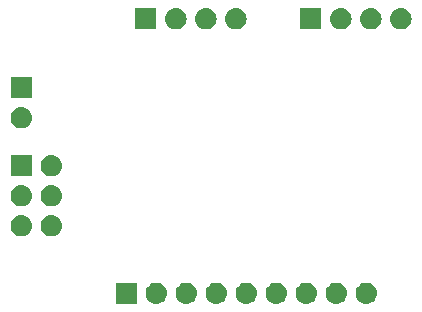
<source format=gbs>
G04 #@! TF.GenerationSoftware,KiCad,Pcbnew,(5.1.2)-1*
G04 #@! TF.CreationDate,2019-05-20T21:13:43-04:00*
G04 #@! TF.ProjectId,DuinoClone,4475696e-6f43-46c6-9f6e-652e6b696361,1*
G04 #@! TF.SameCoordinates,Original*
G04 #@! TF.FileFunction,Soldermask,Bot*
G04 #@! TF.FilePolarity,Negative*
%FSLAX46Y46*%
G04 Gerber Fmt 4.6, Leading zero omitted, Abs format (unit mm)*
G04 Created by KiCad (PCBNEW (5.1.2)-1) date 2019-05-20 21:13:43*
%MOMM*%
%LPD*%
G04 APERTURE LIST*
%ADD10C,0.100000*%
G04 APERTURE END LIST*
D10*
G36*
X104504443Y-107944519D02*
G01*
X104570627Y-107951037D01*
X104740466Y-108002557D01*
X104896991Y-108086222D01*
X104932729Y-108115552D01*
X105034186Y-108198814D01*
X105117448Y-108300271D01*
X105146778Y-108336009D01*
X105230443Y-108492534D01*
X105281963Y-108662373D01*
X105299359Y-108839000D01*
X105281963Y-109015627D01*
X105230443Y-109185466D01*
X105146778Y-109341991D01*
X105117448Y-109377729D01*
X105034186Y-109479186D01*
X104932729Y-109562448D01*
X104896991Y-109591778D01*
X104740466Y-109675443D01*
X104570627Y-109726963D01*
X104504442Y-109733482D01*
X104438260Y-109740000D01*
X104349740Y-109740000D01*
X104283558Y-109733482D01*
X104217373Y-109726963D01*
X104047534Y-109675443D01*
X103891009Y-109591778D01*
X103855271Y-109562448D01*
X103753814Y-109479186D01*
X103670552Y-109377729D01*
X103641222Y-109341991D01*
X103557557Y-109185466D01*
X103506037Y-109015627D01*
X103488641Y-108839000D01*
X103506037Y-108662373D01*
X103557557Y-108492534D01*
X103641222Y-108336009D01*
X103670552Y-108300271D01*
X103753814Y-108198814D01*
X103855271Y-108115552D01*
X103891009Y-108086222D01*
X104047534Y-108002557D01*
X104217373Y-107951037D01*
X104283557Y-107944519D01*
X104349740Y-107938000D01*
X104438260Y-107938000D01*
X104504443Y-107944519D01*
X104504443Y-107944519D01*
G37*
G36*
X101964443Y-107944519D02*
G01*
X102030627Y-107951037D01*
X102200466Y-108002557D01*
X102356991Y-108086222D01*
X102392729Y-108115552D01*
X102494186Y-108198814D01*
X102577448Y-108300271D01*
X102606778Y-108336009D01*
X102690443Y-108492534D01*
X102741963Y-108662373D01*
X102759359Y-108839000D01*
X102741963Y-109015627D01*
X102690443Y-109185466D01*
X102606778Y-109341991D01*
X102577448Y-109377729D01*
X102494186Y-109479186D01*
X102392729Y-109562448D01*
X102356991Y-109591778D01*
X102200466Y-109675443D01*
X102030627Y-109726963D01*
X101964442Y-109733482D01*
X101898260Y-109740000D01*
X101809740Y-109740000D01*
X101743558Y-109733482D01*
X101677373Y-109726963D01*
X101507534Y-109675443D01*
X101351009Y-109591778D01*
X101315271Y-109562448D01*
X101213814Y-109479186D01*
X101130552Y-109377729D01*
X101101222Y-109341991D01*
X101017557Y-109185466D01*
X100966037Y-109015627D01*
X100948641Y-108839000D01*
X100966037Y-108662373D01*
X101017557Y-108492534D01*
X101101222Y-108336009D01*
X101130552Y-108300271D01*
X101213814Y-108198814D01*
X101315271Y-108115552D01*
X101351009Y-108086222D01*
X101507534Y-108002557D01*
X101677373Y-107951037D01*
X101743557Y-107944519D01*
X101809740Y-107938000D01*
X101898260Y-107938000D01*
X101964443Y-107944519D01*
X101964443Y-107944519D01*
G37*
G36*
X99424443Y-107944519D02*
G01*
X99490627Y-107951037D01*
X99660466Y-108002557D01*
X99816991Y-108086222D01*
X99852729Y-108115552D01*
X99954186Y-108198814D01*
X100037448Y-108300271D01*
X100066778Y-108336009D01*
X100150443Y-108492534D01*
X100201963Y-108662373D01*
X100219359Y-108839000D01*
X100201963Y-109015627D01*
X100150443Y-109185466D01*
X100066778Y-109341991D01*
X100037448Y-109377729D01*
X99954186Y-109479186D01*
X99852729Y-109562448D01*
X99816991Y-109591778D01*
X99660466Y-109675443D01*
X99490627Y-109726963D01*
X99424442Y-109733482D01*
X99358260Y-109740000D01*
X99269740Y-109740000D01*
X99203558Y-109733482D01*
X99137373Y-109726963D01*
X98967534Y-109675443D01*
X98811009Y-109591778D01*
X98775271Y-109562448D01*
X98673814Y-109479186D01*
X98590552Y-109377729D01*
X98561222Y-109341991D01*
X98477557Y-109185466D01*
X98426037Y-109015627D01*
X98408641Y-108839000D01*
X98426037Y-108662373D01*
X98477557Y-108492534D01*
X98561222Y-108336009D01*
X98590552Y-108300271D01*
X98673814Y-108198814D01*
X98775271Y-108115552D01*
X98811009Y-108086222D01*
X98967534Y-108002557D01*
X99137373Y-107951037D01*
X99203557Y-107944519D01*
X99269740Y-107938000D01*
X99358260Y-107938000D01*
X99424443Y-107944519D01*
X99424443Y-107944519D01*
G37*
G36*
X96884443Y-107944519D02*
G01*
X96950627Y-107951037D01*
X97120466Y-108002557D01*
X97276991Y-108086222D01*
X97312729Y-108115552D01*
X97414186Y-108198814D01*
X97497448Y-108300271D01*
X97526778Y-108336009D01*
X97610443Y-108492534D01*
X97661963Y-108662373D01*
X97679359Y-108839000D01*
X97661963Y-109015627D01*
X97610443Y-109185466D01*
X97526778Y-109341991D01*
X97497448Y-109377729D01*
X97414186Y-109479186D01*
X97312729Y-109562448D01*
X97276991Y-109591778D01*
X97120466Y-109675443D01*
X96950627Y-109726963D01*
X96884442Y-109733482D01*
X96818260Y-109740000D01*
X96729740Y-109740000D01*
X96663558Y-109733482D01*
X96597373Y-109726963D01*
X96427534Y-109675443D01*
X96271009Y-109591778D01*
X96235271Y-109562448D01*
X96133814Y-109479186D01*
X96050552Y-109377729D01*
X96021222Y-109341991D01*
X95937557Y-109185466D01*
X95886037Y-109015627D01*
X95868641Y-108839000D01*
X95886037Y-108662373D01*
X95937557Y-108492534D01*
X96021222Y-108336009D01*
X96050552Y-108300271D01*
X96133814Y-108198814D01*
X96235271Y-108115552D01*
X96271009Y-108086222D01*
X96427534Y-108002557D01*
X96597373Y-107951037D01*
X96663557Y-107944519D01*
X96729740Y-107938000D01*
X96818260Y-107938000D01*
X96884443Y-107944519D01*
X96884443Y-107944519D01*
G37*
G36*
X94344443Y-107944519D02*
G01*
X94410627Y-107951037D01*
X94580466Y-108002557D01*
X94736991Y-108086222D01*
X94772729Y-108115552D01*
X94874186Y-108198814D01*
X94957448Y-108300271D01*
X94986778Y-108336009D01*
X95070443Y-108492534D01*
X95121963Y-108662373D01*
X95139359Y-108839000D01*
X95121963Y-109015627D01*
X95070443Y-109185466D01*
X94986778Y-109341991D01*
X94957448Y-109377729D01*
X94874186Y-109479186D01*
X94772729Y-109562448D01*
X94736991Y-109591778D01*
X94580466Y-109675443D01*
X94410627Y-109726963D01*
X94344442Y-109733482D01*
X94278260Y-109740000D01*
X94189740Y-109740000D01*
X94123558Y-109733482D01*
X94057373Y-109726963D01*
X93887534Y-109675443D01*
X93731009Y-109591778D01*
X93695271Y-109562448D01*
X93593814Y-109479186D01*
X93510552Y-109377729D01*
X93481222Y-109341991D01*
X93397557Y-109185466D01*
X93346037Y-109015627D01*
X93328641Y-108839000D01*
X93346037Y-108662373D01*
X93397557Y-108492534D01*
X93481222Y-108336009D01*
X93510552Y-108300271D01*
X93593814Y-108198814D01*
X93695271Y-108115552D01*
X93731009Y-108086222D01*
X93887534Y-108002557D01*
X94057373Y-107951037D01*
X94123557Y-107944519D01*
X94189740Y-107938000D01*
X94278260Y-107938000D01*
X94344443Y-107944519D01*
X94344443Y-107944519D01*
G37*
G36*
X92595000Y-109740000D02*
G01*
X90793000Y-109740000D01*
X90793000Y-107938000D01*
X92595000Y-107938000D01*
X92595000Y-109740000D01*
X92595000Y-109740000D01*
G37*
G36*
X112124443Y-107944519D02*
G01*
X112190627Y-107951037D01*
X112360466Y-108002557D01*
X112516991Y-108086222D01*
X112552729Y-108115552D01*
X112654186Y-108198814D01*
X112737448Y-108300271D01*
X112766778Y-108336009D01*
X112850443Y-108492534D01*
X112901963Y-108662373D01*
X112919359Y-108839000D01*
X112901963Y-109015627D01*
X112850443Y-109185466D01*
X112766778Y-109341991D01*
X112737448Y-109377729D01*
X112654186Y-109479186D01*
X112552729Y-109562448D01*
X112516991Y-109591778D01*
X112360466Y-109675443D01*
X112190627Y-109726963D01*
X112124442Y-109733482D01*
X112058260Y-109740000D01*
X111969740Y-109740000D01*
X111903558Y-109733482D01*
X111837373Y-109726963D01*
X111667534Y-109675443D01*
X111511009Y-109591778D01*
X111475271Y-109562448D01*
X111373814Y-109479186D01*
X111290552Y-109377729D01*
X111261222Y-109341991D01*
X111177557Y-109185466D01*
X111126037Y-109015627D01*
X111108641Y-108839000D01*
X111126037Y-108662373D01*
X111177557Y-108492534D01*
X111261222Y-108336009D01*
X111290552Y-108300271D01*
X111373814Y-108198814D01*
X111475271Y-108115552D01*
X111511009Y-108086222D01*
X111667534Y-108002557D01*
X111837373Y-107951037D01*
X111903557Y-107944519D01*
X111969740Y-107938000D01*
X112058260Y-107938000D01*
X112124443Y-107944519D01*
X112124443Y-107944519D01*
G37*
G36*
X107044443Y-107944519D02*
G01*
X107110627Y-107951037D01*
X107280466Y-108002557D01*
X107436991Y-108086222D01*
X107472729Y-108115552D01*
X107574186Y-108198814D01*
X107657448Y-108300271D01*
X107686778Y-108336009D01*
X107770443Y-108492534D01*
X107821963Y-108662373D01*
X107839359Y-108839000D01*
X107821963Y-109015627D01*
X107770443Y-109185466D01*
X107686778Y-109341991D01*
X107657448Y-109377729D01*
X107574186Y-109479186D01*
X107472729Y-109562448D01*
X107436991Y-109591778D01*
X107280466Y-109675443D01*
X107110627Y-109726963D01*
X107044442Y-109733482D01*
X106978260Y-109740000D01*
X106889740Y-109740000D01*
X106823558Y-109733482D01*
X106757373Y-109726963D01*
X106587534Y-109675443D01*
X106431009Y-109591778D01*
X106395271Y-109562448D01*
X106293814Y-109479186D01*
X106210552Y-109377729D01*
X106181222Y-109341991D01*
X106097557Y-109185466D01*
X106046037Y-109015627D01*
X106028641Y-108839000D01*
X106046037Y-108662373D01*
X106097557Y-108492534D01*
X106181222Y-108336009D01*
X106210552Y-108300271D01*
X106293814Y-108198814D01*
X106395271Y-108115552D01*
X106431009Y-108086222D01*
X106587534Y-108002557D01*
X106757373Y-107951037D01*
X106823557Y-107944519D01*
X106889740Y-107938000D01*
X106978260Y-107938000D01*
X107044443Y-107944519D01*
X107044443Y-107944519D01*
G37*
G36*
X109584443Y-107944519D02*
G01*
X109650627Y-107951037D01*
X109820466Y-108002557D01*
X109976991Y-108086222D01*
X110012729Y-108115552D01*
X110114186Y-108198814D01*
X110197448Y-108300271D01*
X110226778Y-108336009D01*
X110310443Y-108492534D01*
X110361963Y-108662373D01*
X110379359Y-108839000D01*
X110361963Y-109015627D01*
X110310443Y-109185466D01*
X110226778Y-109341991D01*
X110197448Y-109377729D01*
X110114186Y-109479186D01*
X110012729Y-109562448D01*
X109976991Y-109591778D01*
X109820466Y-109675443D01*
X109650627Y-109726963D01*
X109584442Y-109733482D01*
X109518260Y-109740000D01*
X109429740Y-109740000D01*
X109363558Y-109733482D01*
X109297373Y-109726963D01*
X109127534Y-109675443D01*
X108971009Y-109591778D01*
X108935271Y-109562448D01*
X108833814Y-109479186D01*
X108750552Y-109377729D01*
X108721222Y-109341991D01*
X108637557Y-109185466D01*
X108586037Y-109015627D01*
X108568641Y-108839000D01*
X108586037Y-108662373D01*
X108637557Y-108492534D01*
X108721222Y-108336009D01*
X108750552Y-108300271D01*
X108833814Y-108198814D01*
X108935271Y-108115552D01*
X108971009Y-108086222D01*
X109127534Y-108002557D01*
X109297373Y-107951037D01*
X109363557Y-107944519D01*
X109429740Y-107938000D01*
X109518260Y-107938000D01*
X109584443Y-107944519D01*
X109584443Y-107944519D01*
G37*
G36*
X85454443Y-102229519D02*
G01*
X85520627Y-102236037D01*
X85690466Y-102287557D01*
X85846991Y-102371222D01*
X85882729Y-102400552D01*
X85984186Y-102483814D01*
X86067448Y-102585271D01*
X86096778Y-102621009D01*
X86180443Y-102777534D01*
X86231963Y-102947373D01*
X86249359Y-103124000D01*
X86231963Y-103300627D01*
X86180443Y-103470466D01*
X86096778Y-103626991D01*
X86067448Y-103662729D01*
X85984186Y-103764186D01*
X85882729Y-103847448D01*
X85846991Y-103876778D01*
X85690466Y-103960443D01*
X85520627Y-104011963D01*
X85454443Y-104018481D01*
X85388260Y-104025000D01*
X85299740Y-104025000D01*
X85233557Y-104018481D01*
X85167373Y-104011963D01*
X84997534Y-103960443D01*
X84841009Y-103876778D01*
X84805271Y-103847448D01*
X84703814Y-103764186D01*
X84620552Y-103662729D01*
X84591222Y-103626991D01*
X84507557Y-103470466D01*
X84456037Y-103300627D01*
X84438641Y-103124000D01*
X84456037Y-102947373D01*
X84507557Y-102777534D01*
X84591222Y-102621009D01*
X84620552Y-102585271D01*
X84703814Y-102483814D01*
X84805271Y-102400552D01*
X84841009Y-102371222D01*
X84997534Y-102287557D01*
X85167373Y-102236037D01*
X85233557Y-102229519D01*
X85299740Y-102223000D01*
X85388260Y-102223000D01*
X85454443Y-102229519D01*
X85454443Y-102229519D01*
G37*
G36*
X82914443Y-102229519D02*
G01*
X82980627Y-102236037D01*
X83150466Y-102287557D01*
X83306991Y-102371222D01*
X83342729Y-102400552D01*
X83444186Y-102483814D01*
X83527448Y-102585271D01*
X83556778Y-102621009D01*
X83640443Y-102777534D01*
X83691963Y-102947373D01*
X83709359Y-103124000D01*
X83691963Y-103300627D01*
X83640443Y-103470466D01*
X83556778Y-103626991D01*
X83527448Y-103662729D01*
X83444186Y-103764186D01*
X83342729Y-103847448D01*
X83306991Y-103876778D01*
X83150466Y-103960443D01*
X82980627Y-104011963D01*
X82914443Y-104018481D01*
X82848260Y-104025000D01*
X82759740Y-104025000D01*
X82693557Y-104018481D01*
X82627373Y-104011963D01*
X82457534Y-103960443D01*
X82301009Y-103876778D01*
X82265271Y-103847448D01*
X82163814Y-103764186D01*
X82080552Y-103662729D01*
X82051222Y-103626991D01*
X81967557Y-103470466D01*
X81916037Y-103300627D01*
X81898641Y-103124000D01*
X81916037Y-102947373D01*
X81967557Y-102777534D01*
X82051222Y-102621009D01*
X82080552Y-102585271D01*
X82163814Y-102483814D01*
X82265271Y-102400552D01*
X82301009Y-102371222D01*
X82457534Y-102287557D01*
X82627373Y-102236037D01*
X82693557Y-102229519D01*
X82759740Y-102223000D01*
X82848260Y-102223000D01*
X82914443Y-102229519D01*
X82914443Y-102229519D01*
G37*
G36*
X85454442Y-99689518D02*
G01*
X85520627Y-99696037D01*
X85690466Y-99747557D01*
X85846991Y-99831222D01*
X85882729Y-99860552D01*
X85984186Y-99943814D01*
X86067448Y-100045271D01*
X86096778Y-100081009D01*
X86180443Y-100237534D01*
X86231963Y-100407373D01*
X86249359Y-100584000D01*
X86231963Y-100760627D01*
X86180443Y-100930466D01*
X86096778Y-101086991D01*
X86067448Y-101122729D01*
X85984186Y-101224186D01*
X85882729Y-101307448D01*
X85846991Y-101336778D01*
X85690466Y-101420443D01*
X85520627Y-101471963D01*
X85454443Y-101478481D01*
X85388260Y-101485000D01*
X85299740Y-101485000D01*
X85233557Y-101478481D01*
X85167373Y-101471963D01*
X84997534Y-101420443D01*
X84841009Y-101336778D01*
X84805271Y-101307448D01*
X84703814Y-101224186D01*
X84620552Y-101122729D01*
X84591222Y-101086991D01*
X84507557Y-100930466D01*
X84456037Y-100760627D01*
X84438641Y-100584000D01*
X84456037Y-100407373D01*
X84507557Y-100237534D01*
X84591222Y-100081009D01*
X84620552Y-100045271D01*
X84703814Y-99943814D01*
X84805271Y-99860552D01*
X84841009Y-99831222D01*
X84997534Y-99747557D01*
X85167373Y-99696037D01*
X85233558Y-99689518D01*
X85299740Y-99683000D01*
X85388260Y-99683000D01*
X85454442Y-99689518D01*
X85454442Y-99689518D01*
G37*
G36*
X82914442Y-99689518D02*
G01*
X82980627Y-99696037D01*
X83150466Y-99747557D01*
X83306991Y-99831222D01*
X83342729Y-99860552D01*
X83444186Y-99943814D01*
X83527448Y-100045271D01*
X83556778Y-100081009D01*
X83640443Y-100237534D01*
X83691963Y-100407373D01*
X83709359Y-100584000D01*
X83691963Y-100760627D01*
X83640443Y-100930466D01*
X83556778Y-101086991D01*
X83527448Y-101122729D01*
X83444186Y-101224186D01*
X83342729Y-101307448D01*
X83306991Y-101336778D01*
X83150466Y-101420443D01*
X82980627Y-101471963D01*
X82914443Y-101478481D01*
X82848260Y-101485000D01*
X82759740Y-101485000D01*
X82693557Y-101478481D01*
X82627373Y-101471963D01*
X82457534Y-101420443D01*
X82301009Y-101336778D01*
X82265271Y-101307448D01*
X82163814Y-101224186D01*
X82080552Y-101122729D01*
X82051222Y-101086991D01*
X81967557Y-100930466D01*
X81916037Y-100760627D01*
X81898641Y-100584000D01*
X81916037Y-100407373D01*
X81967557Y-100237534D01*
X82051222Y-100081009D01*
X82080552Y-100045271D01*
X82163814Y-99943814D01*
X82265271Y-99860552D01*
X82301009Y-99831222D01*
X82457534Y-99747557D01*
X82627373Y-99696037D01*
X82693558Y-99689518D01*
X82759740Y-99683000D01*
X82848260Y-99683000D01*
X82914442Y-99689518D01*
X82914442Y-99689518D01*
G37*
G36*
X83705000Y-98945000D02*
G01*
X81903000Y-98945000D01*
X81903000Y-97143000D01*
X83705000Y-97143000D01*
X83705000Y-98945000D01*
X83705000Y-98945000D01*
G37*
G36*
X85454443Y-97149519D02*
G01*
X85520627Y-97156037D01*
X85690466Y-97207557D01*
X85846991Y-97291222D01*
X85882729Y-97320552D01*
X85984186Y-97403814D01*
X86067448Y-97505271D01*
X86096778Y-97541009D01*
X86180443Y-97697534D01*
X86231963Y-97867373D01*
X86249359Y-98044000D01*
X86231963Y-98220627D01*
X86180443Y-98390466D01*
X86096778Y-98546991D01*
X86067448Y-98582729D01*
X85984186Y-98684186D01*
X85882729Y-98767448D01*
X85846991Y-98796778D01*
X85690466Y-98880443D01*
X85520627Y-98931963D01*
X85454443Y-98938481D01*
X85388260Y-98945000D01*
X85299740Y-98945000D01*
X85233558Y-98938482D01*
X85167373Y-98931963D01*
X84997534Y-98880443D01*
X84841009Y-98796778D01*
X84805271Y-98767448D01*
X84703814Y-98684186D01*
X84620552Y-98582729D01*
X84591222Y-98546991D01*
X84507557Y-98390466D01*
X84456037Y-98220627D01*
X84438641Y-98044000D01*
X84456037Y-97867373D01*
X84507557Y-97697534D01*
X84591222Y-97541009D01*
X84620552Y-97505271D01*
X84703814Y-97403814D01*
X84805271Y-97320552D01*
X84841009Y-97291222D01*
X84997534Y-97207557D01*
X85167373Y-97156037D01*
X85233557Y-97149519D01*
X85299740Y-97143000D01*
X85388260Y-97143000D01*
X85454443Y-97149519D01*
X85454443Y-97149519D01*
G37*
G36*
X82914443Y-93085519D02*
G01*
X82980627Y-93092037D01*
X83150466Y-93143557D01*
X83306991Y-93227222D01*
X83342729Y-93256552D01*
X83444186Y-93339814D01*
X83527448Y-93441271D01*
X83556778Y-93477009D01*
X83640443Y-93633534D01*
X83691963Y-93803373D01*
X83709359Y-93980000D01*
X83691963Y-94156627D01*
X83640443Y-94326466D01*
X83556778Y-94482991D01*
X83527448Y-94518729D01*
X83444186Y-94620186D01*
X83342729Y-94703448D01*
X83306991Y-94732778D01*
X83150466Y-94816443D01*
X82980627Y-94867963D01*
X82914443Y-94874481D01*
X82848260Y-94881000D01*
X82759740Y-94881000D01*
X82693557Y-94874481D01*
X82627373Y-94867963D01*
X82457534Y-94816443D01*
X82301009Y-94732778D01*
X82265271Y-94703448D01*
X82163814Y-94620186D01*
X82080552Y-94518729D01*
X82051222Y-94482991D01*
X81967557Y-94326466D01*
X81916037Y-94156627D01*
X81898641Y-93980000D01*
X81916037Y-93803373D01*
X81967557Y-93633534D01*
X82051222Y-93477009D01*
X82080552Y-93441271D01*
X82163814Y-93339814D01*
X82265271Y-93256552D01*
X82301009Y-93227222D01*
X82457534Y-93143557D01*
X82627373Y-93092037D01*
X82693557Y-93085519D01*
X82759740Y-93079000D01*
X82848260Y-93079000D01*
X82914443Y-93085519D01*
X82914443Y-93085519D01*
G37*
G36*
X83705000Y-92341000D02*
G01*
X81903000Y-92341000D01*
X81903000Y-90539000D01*
X83705000Y-90539000D01*
X83705000Y-92341000D01*
X83705000Y-92341000D01*
G37*
G36*
X108216000Y-86499000D02*
G01*
X106414000Y-86499000D01*
X106414000Y-84697000D01*
X108216000Y-84697000D01*
X108216000Y-86499000D01*
X108216000Y-86499000D01*
G37*
G36*
X109965443Y-84703519D02*
G01*
X110031627Y-84710037D01*
X110201466Y-84761557D01*
X110357991Y-84845222D01*
X110393729Y-84874552D01*
X110495186Y-84957814D01*
X110578448Y-85059271D01*
X110607778Y-85095009D01*
X110691443Y-85251534D01*
X110742963Y-85421373D01*
X110760359Y-85598000D01*
X110742963Y-85774627D01*
X110691443Y-85944466D01*
X110607778Y-86100991D01*
X110578448Y-86136729D01*
X110495186Y-86238186D01*
X110393729Y-86321448D01*
X110357991Y-86350778D01*
X110201466Y-86434443D01*
X110031627Y-86485963D01*
X109965442Y-86492482D01*
X109899260Y-86499000D01*
X109810740Y-86499000D01*
X109744558Y-86492482D01*
X109678373Y-86485963D01*
X109508534Y-86434443D01*
X109352009Y-86350778D01*
X109316271Y-86321448D01*
X109214814Y-86238186D01*
X109131552Y-86136729D01*
X109102222Y-86100991D01*
X109018557Y-85944466D01*
X108967037Y-85774627D01*
X108949641Y-85598000D01*
X108967037Y-85421373D01*
X109018557Y-85251534D01*
X109102222Y-85095009D01*
X109131552Y-85059271D01*
X109214814Y-84957814D01*
X109316271Y-84874552D01*
X109352009Y-84845222D01*
X109508534Y-84761557D01*
X109678373Y-84710037D01*
X109744557Y-84703519D01*
X109810740Y-84697000D01*
X109899260Y-84697000D01*
X109965443Y-84703519D01*
X109965443Y-84703519D01*
G37*
G36*
X112505443Y-84703519D02*
G01*
X112571627Y-84710037D01*
X112741466Y-84761557D01*
X112897991Y-84845222D01*
X112933729Y-84874552D01*
X113035186Y-84957814D01*
X113118448Y-85059271D01*
X113147778Y-85095009D01*
X113231443Y-85251534D01*
X113282963Y-85421373D01*
X113300359Y-85598000D01*
X113282963Y-85774627D01*
X113231443Y-85944466D01*
X113147778Y-86100991D01*
X113118448Y-86136729D01*
X113035186Y-86238186D01*
X112933729Y-86321448D01*
X112897991Y-86350778D01*
X112741466Y-86434443D01*
X112571627Y-86485963D01*
X112505442Y-86492482D01*
X112439260Y-86499000D01*
X112350740Y-86499000D01*
X112284558Y-86492482D01*
X112218373Y-86485963D01*
X112048534Y-86434443D01*
X111892009Y-86350778D01*
X111856271Y-86321448D01*
X111754814Y-86238186D01*
X111671552Y-86136729D01*
X111642222Y-86100991D01*
X111558557Y-85944466D01*
X111507037Y-85774627D01*
X111489641Y-85598000D01*
X111507037Y-85421373D01*
X111558557Y-85251534D01*
X111642222Y-85095009D01*
X111671552Y-85059271D01*
X111754814Y-84957814D01*
X111856271Y-84874552D01*
X111892009Y-84845222D01*
X112048534Y-84761557D01*
X112218373Y-84710037D01*
X112284557Y-84703519D01*
X112350740Y-84697000D01*
X112439260Y-84697000D01*
X112505443Y-84703519D01*
X112505443Y-84703519D01*
G37*
G36*
X115045443Y-84703519D02*
G01*
X115111627Y-84710037D01*
X115281466Y-84761557D01*
X115437991Y-84845222D01*
X115473729Y-84874552D01*
X115575186Y-84957814D01*
X115658448Y-85059271D01*
X115687778Y-85095009D01*
X115771443Y-85251534D01*
X115822963Y-85421373D01*
X115840359Y-85598000D01*
X115822963Y-85774627D01*
X115771443Y-85944466D01*
X115687778Y-86100991D01*
X115658448Y-86136729D01*
X115575186Y-86238186D01*
X115473729Y-86321448D01*
X115437991Y-86350778D01*
X115281466Y-86434443D01*
X115111627Y-86485963D01*
X115045442Y-86492482D01*
X114979260Y-86499000D01*
X114890740Y-86499000D01*
X114824558Y-86492482D01*
X114758373Y-86485963D01*
X114588534Y-86434443D01*
X114432009Y-86350778D01*
X114396271Y-86321448D01*
X114294814Y-86238186D01*
X114211552Y-86136729D01*
X114182222Y-86100991D01*
X114098557Y-85944466D01*
X114047037Y-85774627D01*
X114029641Y-85598000D01*
X114047037Y-85421373D01*
X114098557Y-85251534D01*
X114182222Y-85095009D01*
X114211552Y-85059271D01*
X114294814Y-84957814D01*
X114396271Y-84874552D01*
X114432009Y-84845222D01*
X114588534Y-84761557D01*
X114758373Y-84710037D01*
X114824557Y-84703519D01*
X114890740Y-84697000D01*
X114979260Y-84697000D01*
X115045443Y-84703519D01*
X115045443Y-84703519D01*
G37*
G36*
X94246000Y-86499000D02*
G01*
X92444000Y-86499000D01*
X92444000Y-84697000D01*
X94246000Y-84697000D01*
X94246000Y-86499000D01*
X94246000Y-86499000D01*
G37*
G36*
X101075443Y-84703519D02*
G01*
X101141627Y-84710037D01*
X101311466Y-84761557D01*
X101467991Y-84845222D01*
X101503729Y-84874552D01*
X101605186Y-84957814D01*
X101688448Y-85059271D01*
X101717778Y-85095009D01*
X101801443Y-85251534D01*
X101852963Y-85421373D01*
X101870359Y-85598000D01*
X101852963Y-85774627D01*
X101801443Y-85944466D01*
X101717778Y-86100991D01*
X101688448Y-86136729D01*
X101605186Y-86238186D01*
X101503729Y-86321448D01*
X101467991Y-86350778D01*
X101311466Y-86434443D01*
X101141627Y-86485963D01*
X101075442Y-86492482D01*
X101009260Y-86499000D01*
X100920740Y-86499000D01*
X100854558Y-86492482D01*
X100788373Y-86485963D01*
X100618534Y-86434443D01*
X100462009Y-86350778D01*
X100426271Y-86321448D01*
X100324814Y-86238186D01*
X100241552Y-86136729D01*
X100212222Y-86100991D01*
X100128557Y-85944466D01*
X100077037Y-85774627D01*
X100059641Y-85598000D01*
X100077037Y-85421373D01*
X100128557Y-85251534D01*
X100212222Y-85095009D01*
X100241552Y-85059271D01*
X100324814Y-84957814D01*
X100426271Y-84874552D01*
X100462009Y-84845222D01*
X100618534Y-84761557D01*
X100788373Y-84710037D01*
X100854557Y-84703519D01*
X100920740Y-84697000D01*
X101009260Y-84697000D01*
X101075443Y-84703519D01*
X101075443Y-84703519D01*
G37*
G36*
X98535443Y-84703519D02*
G01*
X98601627Y-84710037D01*
X98771466Y-84761557D01*
X98927991Y-84845222D01*
X98963729Y-84874552D01*
X99065186Y-84957814D01*
X99148448Y-85059271D01*
X99177778Y-85095009D01*
X99261443Y-85251534D01*
X99312963Y-85421373D01*
X99330359Y-85598000D01*
X99312963Y-85774627D01*
X99261443Y-85944466D01*
X99177778Y-86100991D01*
X99148448Y-86136729D01*
X99065186Y-86238186D01*
X98963729Y-86321448D01*
X98927991Y-86350778D01*
X98771466Y-86434443D01*
X98601627Y-86485963D01*
X98535442Y-86492482D01*
X98469260Y-86499000D01*
X98380740Y-86499000D01*
X98314558Y-86492482D01*
X98248373Y-86485963D01*
X98078534Y-86434443D01*
X97922009Y-86350778D01*
X97886271Y-86321448D01*
X97784814Y-86238186D01*
X97701552Y-86136729D01*
X97672222Y-86100991D01*
X97588557Y-85944466D01*
X97537037Y-85774627D01*
X97519641Y-85598000D01*
X97537037Y-85421373D01*
X97588557Y-85251534D01*
X97672222Y-85095009D01*
X97701552Y-85059271D01*
X97784814Y-84957814D01*
X97886271Y-84874552D01*
X97922009Y-84845222D01*
X98078534Y-84761557D01*
X98248373Y-84710037D01*
X98314557Y-84703519D01*
X98380740Y-84697000D01*
X98469260Y-84697000D01*
X98535443Y-84703519D01*
X98535443Y-84703519D01*
G37*
G36*
X95995443Y-84703519D02*
G01*
X96061627Y-84710037D01*
X96231466Y-84761557D01*
X96387991Y-84845222D01*
X96423729Y-84874552D01*
X96525186Y-84957814D01*
X96608448Y-85059271D01*
X96637778Y-85095009D01*
X96721443Y-85251534D01*
X96772963Y-85421373D01*
X96790359Y-85598000D01*
X96772963Y-85774627D01*
X96721443Y-85944466D01*
X96637778Y-86100991D01*
X96608448Y-86136729D01*
X96525186Y-86238186D01*
X96423729Y-86321448D01*
X96387991Y-86350778D01*
X96231466Y-86434443D01*
X96061627Y-86485963D01*
X95995442Y-86492482D01*
X95929260Y-86499000D01*
X95840740Y-86499000D01*
X95774558Y-86492482D01*
X95708373Y-86485963D01*
X95538534Y-86434443D01*
X95382009Y-86350778D01*
X95346271Y-86321448D01*
X95244814Y-86238186D01*
X95161552Y-86136729D01*
X95132222Y-86100991D01*
X95048557Y-85944466D01*
X94997037Y-85774627D01*
X94979641Y-85598000D01*
X94997037Y-85421373D01*
X95048557Y-85251534D01*
X95132222Y-85095009D01*
X95161552Y-85059271D01*
X95244814Y-84957814D01*
X95346271Y-84874552D01*
X95382009Y-84845222D01*
X95538534Y-84761557D01*
X95708373Y-84710037D01*
X95774557Y-84703519D01*
X95840740Y-84697000D01*
X95929260Y-84697000D01*
X95995443Y-84703519D01*
X95995443Y-84703519D01*
G37*
M02*

</source>
